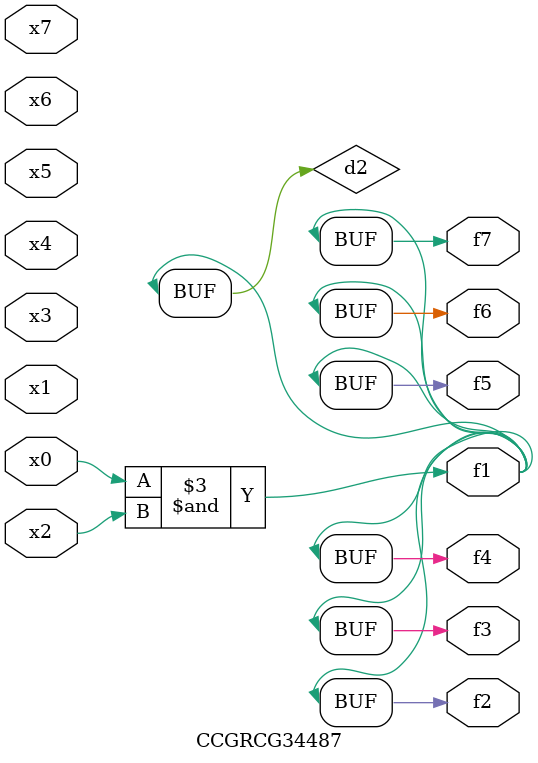
<source format=v>
module CCGRCG34487(
	input x0, x1, x2, x3, x4, x5, x6, x7,
	output f1, f2, f3, f4, f5, f6, f7
);

	wire d1, d2;

	nor (d1, x3, x6);
	and (d2, x0, x2);
	assign f1 = d2;
	assign f2 = d2;
	assign f3 = d2;
	assign f4 = d2;
	assign f5 = d2;
	assign f6 = d2;
	assign f7 = d2;
endmodule

</source>
